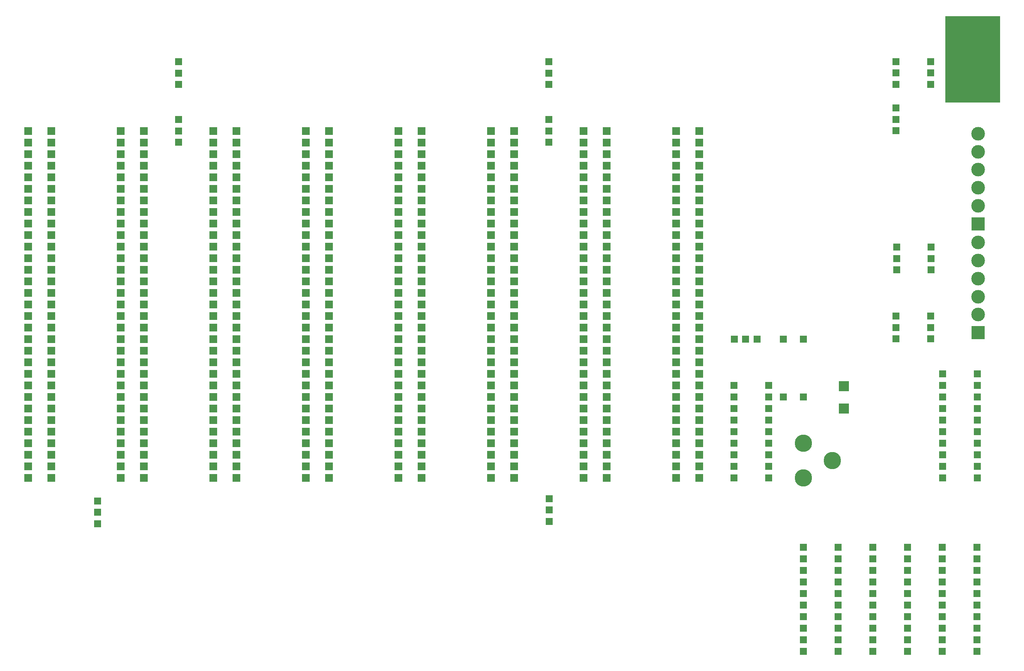
<source format=gbs>
%TF.GenerationSoftware,KiCad,Pcbnew,7.0.5*%
%TF.CreationDate,2023-12-17T19:06:12-06:00*%
%TF.ProjectId,ibm5161-backplane,69626d35-3136-4312-9d62-61636b706c61,2233*%
%TF.SameCoordinates,Original*%
%TF.FileFunction,Soldermask,Bot*%
%TF.FilePolarity,Negative*%
%FSLAX46Y46*%
G04 Gerber Fmt 4.6, Leading zero omitted, Abs format (unit mm)*
G04 Created by KiCad (PCBNEW 7.0.5) date 2023-12-17 19:06:12*
%MOMM*%
%LPD*%
G01*
G04 APERTURE LIST*
%ADD10R,1.600000X1.600000*%
%ADD11R,1.700000X1.700000*%
%ADD12R,12.000000X19.000000*%
%ADD13C,3.810000*%
%ADD14C,3.000000*%
%ADD15R,3.000000X3.000000*%
%ADD16R,2.300000X2.300000*%
G04 APERTURE END LIST*
D10*
%TO.C,C9*%
X146510000Y-41100000D03*
X146510000Y-46100000D03*
X146510000Y-43640000D03*
%TD*%
D11*
%TO.C,J7*%
X154130000Y-43640000D03*
X154130000Y-46180000D03*
X154130000Y-48720000D03*
X154130000Y-51260000D03*
X154130000Y-53800000D03*
X154130000Y-56340000D03*
X154130000Y-58880000D03*
X154130000Y-61420000D03*
X154130000Y-63960000D03*
X154130000Y-66500000D03*
X154130000Y-69040000D03*
X154130000Y-71580000D03*
X154130000Y-74120000D03*
X154130000Y-76660000D03*
X154130000Y-79200000D03*
X154130000Y-81740000D03*
X154130000Y-84280000D03*
X154130000Y-86820000D03*
X154130000Y-89360000D03*
X154130000Y-91900000D03*
X154130000Y-94440000D03*
X154130000Y-96980000D03*
X154130000Y-99520000D03*
X154130000Y-102060000D03*
X154130000Y-104600000D03*
X154130000Y-107140000D03*
X154130000Y-109680000D03*
X154130000Y-112220000D03*
X154130000Y-114760000D03*
X154130000Y-117300000D03*
X154130000Y-119840000D03*
X159210000Y-43640000D03*
X159210000Y-46180000D03*
X159210000Y-48720000D03*
X159210000Y-51260000D03*
X159210000Y-53800000D03*
X159210000Y-56340000D03*
X159210000Y-58880000D03*
X159210000Y-61420000D03*
X159210000Y-63960000D03*
X159210000Y-66500000D03*
X159210000Y-69040000D03*
X159210000Y-71580000D03*
X159210000Y-74120000D03*
X159210000Y-76660000D03*
X159210000Y-79200000D03*
X159210000Y-81740000D03*
X159210000Y-84280000D03*
X159210000Y-86820000D03*
X159210000Y-89360000D03*
X159210000Y-91900000D03*
X159210000Y-94440000D03*
X159210000Y-96980000D03*
X159210000Y-99520000D03*
X159210000Y-102060000D03*
X159210000Y-104600000D03*
X159210000Y-107140000D03*
X159210000Y-109680000D03*
X159210000Y-112220000D03*
X159210000Y-114760000D03*
X159210000Y-117300000D03*
X159210000Y-119840000D03*
%TD*%
%TO.C,J5*%
X113490000Y-43640000D03*
X113490000Y-46180000D03*
X113490000Y-48720000D03*
X113490000Y-51260000D03*
X113490000Y-53800000D03*
X113490000Y-56340000D03*
X113490000Y-58880000D03*
X113490000Y-61420000D03*
X113490000Y-63960000D03*
X113490000Y-66500000D03*
X113490000Y-69040000D03*
X113490000Y-71580000D03*
X113490000Y-74120000D03*
X113490000Y-76660000D03*
X113490000Y-79200000D03*
X113490000Y-81740000D03*
X113490000Y-84280000D03*
X113490000Y-86820000D03*
X113490000Y-89360000D03*
X113490000Y-91900000D03*
X113490000Y-94440000D03*
X113490000Y-96980000D03*
X113490000Y-99520000D03*
X113490000Y-102060000D03*
X113490000Y-104600000D03*
X113490000Y-107140000D03*
X113490000Y-109680000D03*
X113490000Y-112220000D03*
X113490000Y-114760000D03*
X113490000Y-117300000D03*
X113490000Y-119840000D03*
X118570000Y-43640000D03*
X118570000Y-46180000D03*
X118570000Y-48720000D03*
X118570000Y-51260000D03*
X118570000Y-53800000D03*
X118570000Y-56340000D03*
X118570000Y-58880000D03*
X118570000Y-61420000D03*
X118570000Y-63960000D03*
X118570000Y-66500000D03*
X118570000Y-69040000D03*
X118570000Y-71580000D03*
X118570000Y-74120000D03*
X118570000Y-76660000D03*
X118570000Y-79200000D03*
X118570000Y-81740000D03*
X118570000Y-84280000D03*
X118570000Y-86820000D03*
X118570000Y-89360000D03*
X118570000Y-91900000D03*
X118570000Y-94440000D03*
X118570000Y-96980000D03*
X118570000Y-99520000D03*
X118570000Y-102060000D03*
X118570000Y-104600000D03*
X118570000Y-107140000D03*
X118570000Y-109680000D03*
X118570000Y-112220000D03*
X118570000Y-114760000D03*
X118570000Y-117300000D03*
X118570000Y-119840000D03*
%TD*%
D10*
%TO.C,C12*%
X146510000Y-28400000D03*
X146510000Y-33400000D03*
X146510000Y-30940000D03*
%TD*%
%TO.C,C13*%
X192230000Y-89360000D03*
X187230000Y-89360000D03*
X189690000Y-89360000D03*
%TD*%
%TO.C,C5*%
X222862400Y-69120000D03*
X222862400Y-74120000D03*
X222862400Y-71660000D03*
%TD*%
%TO.C,C7*%
X222710000Y-84280000D03*
X222710000Y-89280000D03*
X222710000Y-86820000D03*
%TD*%
%TO.C,S1*%
X232918000Y-96980000D03*
X232918000Y-99520000D03*
X232918000Y-102060000D03*
X232918000Y-104600000D03*
X232918000Y-107140000D03*
X232918000Y-109680000D03*
X232918000Y-112220000D03*
X232918000Y-114760000D03*
X232918000Y-117300000D03*
X232918000Y-119840000D03*
X240538000Y-119840000D03*
X240538000Y-117300000D03*
X240538000Y-114760000D03*
X240538000Y-112220000D03*
X240538000Y-109680000D03*
X240538000Y-107140000D03*
X240538000Y-104600000D03*
X240538000Y-102060000D03*
X240538000Y-99520000D03*
X240538000Y-96980000D03*
%TD*%
D11*
%TO.C,J4*%
X93170000Y-43640000D03*
X93170000Y-46180000D03*
X93170000Y-48720000D03*
X93170000Y-51260000D03*
X93170000Y-53800000D03*
X93170000Y-56340000D03*
X93170000Y-58880000D03*
X93170000Y-61420000D03*
X93170000Y-63960000D03*
X93170000Y-66500000D03*
X93170000Y-69040000D03*
X93170000Y-71580000D03*
X93170000Y-74120000D03*
X93170000Y-76660000D03*
X93170000Y-79200000D03*
X93170000Y-81740000D03*
X93170000Y-84280000D03*
X93170000Y-86820000D03*
X93170000Y-89360000D03*
X93170000Y-91900000D03*
X93170000Y-94440000D03*
X93170000Y-96980000D03*
X93170000Y-99520000D03*
X93170000Y-102060000D03*
X93170000Y-104600000D03*
X93170000Y-107140000D03*
X93170000Y-109680000D03*
X93170000Y-112220000D03*
X93170000Y-114760000D03*
X93170000Y-117300000D03*
X93170000Y-119840000D03*
X98250000Y-43640000D03*
X98250000Y-46180000D03*
X98250000Y-48720000D03*
X98250000Y-51260000D03*
X98250000Y-53800000D03*
X98250000Y-56340000D03*
X98250000Y-58880000D03*
X98250000Y-61420000D03*
X98250000Y-63960000D03*
X98250000Y-66500000D03*
X98250000Y-69040000D03*
X98250000Y-71580000D03*
X98250000Y-74120000D03*
X98250000Y-76660000D03*
X98250000Y-79200000D03*
X98250000Y-81740000D03*
X98250000Y-84280000D03*
X98250000Y-86820000D03*
X98250000Y-89360000D03*
X98250000Y-91900000D03*
X98250000Y-94440000D03*
X98250000Y-96980000D03*
X98250000Y-99520000D03*
X98250000Y-102060000D03*
X98250000Y-104600000D03*
X98250000Y-107140000D03*
X98250000Y-109680000D03*
X98250000Y-112220000D03*
X98250000Y-114760000D03*
X98250000Y-117300000D03*
X98250000Y-119840000D03*
%TD*%
%TO.C,J1*%
X32210000Y-43640000D03*
X32210000Y-46180000D03*
X32210000Y-48720000D03*
X32210000Y-51260000D03*
X32210000Y-53800000D03*
X32210000Y-56340000D03*
X32210000Y-58880000D03*
X32210000Y-61420000D03*
X32210000Y-63960000D03*
X32210000Y-66500000D03*
X32210000Y-69040000D03*
X32210000Y-71580000D03*
X32210000Y-74120000D03*
X32210000Y-76660000D03*
X32210000Y-79200000D03*
X32210000Y-81740000D03*
X32210000Y-84280000D03*
X32210000Y-86820000D03*
X32210000Y-89360000D03*
X32210000Y-91900000D03*
X32210000Y-94440000D03*
X32210000Y-96980000D03*
X32210000Y-99520000D03*
X32210000Y-102060000D03*
X32210000Y-104600000D03*
X32210000Y-107140000D03*
X32210000Y-109680000D03*
X32210000Y-112220000D03*
X32210000Y-114760000D03*
X32210000Y-117300000D03*
X32210000Y-119840000D03*
X37290000Y-43640000D03*
X37290000Y-46180000D03*
X37290000Y-48720000D03*
X37290000Y-51260000D03*
X37290000Y-53800000D03*
X37290000Y-56340000D03*
X37290000Y-58880000D03*
X37290000Y-61420000D03*
X37290000Y-63960000D03*
X37290000Y-66500000D03*
X37290000Y-69040000D03*
X37290000Y-71580000D03*
X37290000Y-74120000D03*
X37290000Y-76660000D03*
X37290000Y-79200000D03*
X37290000Y-81740000D03*
X37290000Y-84280000D03*
X37290000Y-86820000D03*
X37290000Y-89360000D03*
X37290000Y-91900000D03*
X37290000Y-94440000D03*
X37290000Y-96980000D03*
X37290000Y-99520000D03*
X37290000Y-102060000D03*
X37290000Y-104600000D03*
X37290000Y-107140000D03*
X37290000Y-109680000D03*
X37290000Y-112220000D03*
X37290000Y-114760000D03*
X37290000Y-117300000D03*
X37290000Y-119840000D03*
%TD*%
D10*
%TO.C,C8*%
X230330000Y-84280000D03*
X230330000Y-89280000D03*
X230330000Y-86820000D03*
%TD*%
D12*
%TO.C,REF\u002A\u002A*%
X239500000Y-27850000D03*
%TD*%
D11*
%TO.C,J3*%
X72850000Y-43640000D03*
X72850000Y-46180000D03*
X72850000Y-48720000D03*
X72850000Y-51260000D03*
X72850000Y-53800000D03*
X72850000Y-56340000D03*
X72850000Y-58880000D03*
X72850000Y-61420000D03*
X72850000Y-63960000D03*
X72850000Y-66500000D03*
X72850000Y-69040000D03*
X72850000Y-71580000D03*
X72850000Y-74120000D03*
X72850000Y-76660000D03*
X72850000Y-79200000D03*
X72850000Y-81740000D03*
X72850000Y-84280000D03*
X72850000Y-86820000D03*
X72850000Y-89360000D03*
X72850000Y-91900000D03*
X72850000Y-94440000D03*
X72850000Y-96980000D03*
X72850000Y-99520000D03*
X72850000Y-102060000D03*
X72850000Y-104600000D03*
X72850000Y-107140000D03*
X72850000Y-109680000D03*
X72850000Y-112220000D03*
X72850000Y-114760000D03*
X72850000Y-117300000D03*
X72850000Y-119840000D03*
X77930000Y-43640000D03*
X77930000Y-46180000D03*
X77930000Y-48720000D03*
X77930000Y-51260000D03*
X77930000Y-53800000D03*
X77930000Y-56340000D03*
X77930000Y-58880000D03*
X77930000Y-61420000D03*
X77930000Y-63960000D03*
X77930000Y-66500000D03*
X77930000Y-69040000D03*
X77930000Y-71580000D03*
X77930000Y-74120000D03*
X77930000Y-76660000D03*
X77930000Y-79200000D03*
X77930000Y-81740000D03*
X77930000Y-84280000D03*
X77930000Y-86820000D03*
X77930000Y-89360000D03*
X77930000Y-91900000D03*
X77930000Y-94440000D03*
X77930000Y-96980000D03*
X77930000Y-99520000D03*
X77930000Y-102060000D03*
X77930000Y-104600000D03*
X77930000Y-107140000D03*
X77930000Y-109680000D03*
X77930000Y-112220000D03*
X77930000Y-114760000D03*
X77930000Y-117300000D03*
X77930000Y-119840000D03*
%TD*%
D10*
%TO.C,S4*%
X202390000Y-135080000D03*
X202390000Y-137620000D03*
X202390000Y-140160000D03*
X202390000Y-142700000D03*
X202390000Y-145240000D03*
X202390000Y-147780000D03*
X202390000Y-150320000D03*
X202390000Y-152860000D03*
X202390000Y-155400000D03*
X202390000Y-157940000D03*
X210010000Y-157940000D03*
X210010000Y-155400000D03*
X210010000Y-152860000D03*
X210010000Y-150320000D03*
X210010000Y-147780000D03*
X210010000Y-145240000D03*
X210010000Y-142700000D03*
X210010000Y-140160000D03*
X210010000Y-137620000D03*
X210010000Y-135080000D03*
%TD*%
D11*
%TO.C,J8*%
X174450000Y-43640000D03*
X174450000Y-46180000D03*
X174450000Y-48720000D03*
X174450000Y-51260000D03*
X174450000Y-53800000D03*
X174450000Y-56340000D03*
X174450000Y-58880000D03*
X174450000Y-61420000D03*
X174450000Y-63960000D03*
X174450000Y-66500000D03*
X174450000Y-69040000D03*
X174450000Y-71580000D03*
X174450000Y-74120000D03*
X174450000Y-76660000D03*
X174450000Y-79200000D03*
X174450000Y-81740000D03*
X174450000Y-84280000D03*
X174450000Y-86820000D03*
X174450000Y-89360000D03*
X174450000Y-91900000D03*
X174450000Y-94440000D03*
X174450000Y-96980000D03*
X174450000Y-99520000D03*
X174450000Y-102060000D03*
X174450000Y-104600000D03*
X174450000Y-107140000D03*
X174450000Y-109680000D03*
X174450000Y-112220000D03*
X174450000Y-114760000D03*
X174450000Y-117300000D03*
X174450000Y-119840000D03*
X179530000Y-43640000D03*
X179530000Y-46180000D03*
X179530000Y-48720000D03*
X179530000Y-51260000D03*
X179530000Y-53800000D03*
X179530000Y-56340000D03*
X179530000Y-58880000D03*
X179530000Y-61420000D03*
X179530000Y-63960000D03*
X179530000Y-66500000D03*
X179530000Y-69040000D03*
X179530000Y-71580000D03*
X179530000Y-74120000D03*
X179530000Y-76660000D03*
X179530000Y-79200000D03*
X179530000Y-81740000D03*
X179530000Y-84280000D03*
X179530000Y-86820000D03*
X179530000Y-89360000D03*
X179530000Y-91900000D03*
X179530000Y-94440000D03*
X179530000Y-96980000D03*
X179530000Y-99520000D03*
X179530000Y-102060000D03*
X179530000Y-104600000D03*
X179530000Y-107140000D03*
X179530000Y-109680000D03*
X179530000Y-112220000D03*
X179530000Y-114760000D03*
X179530000Y-117300000D03*
X179530000Y-119840000D03*
%TD*%
D10*
%TO.C,S3*%
X217630000Y-135080000D03*
X217630000Y-137620000D03*
X217630000Y-140160000D03*
X217630000Y-142700000D03*
X217630000Y-145240000D03*
X217630000Y-147780000D03*
X217630000Y-150320000D03*
X217630000Y-152860000D03*
X217630000Y-155400000D03*
X217630000Y-157940000D03*
X225250000Y-157940000D03*
X225250000Y-155400000D03*
X225250000Y-152860000D03*
X225250000Y-150320000D03*
X225250000Y-147780000D03*
X225250000Y-145240000D03*
X225250000Y-142700000D03*
X225250000Y-140160000D03*
X225250000Y-137620000D03*
X225250000Y-135080000D03*
%TD*%
%TO.C,C15*%
X146608000Y-129398000D03*
X146608000Y-124398000D03*
X146608000Y-126858000D03*
%TD*%
D11*
%TO.C,J6*%
X133810000Y-43640000D03*
X133810000Y-46180000D03*
X133810000Y-48720000D03*
X133810000Y-51260000D03*
X133810000Y-53800000D03*
X133810000Y-56340000D03*
X133810000Y-58880000D03*
X133810000Y-61420000D03*
X133810000Y-63960000D03*
X133810000Y-66500000D03*
X133810000Y-69040000D03*
X133810000Y-71580000D03*
X133810000Y-74120000D03*
X133810000Y-76660000D03*
X133810000Y-79200000D03*
X133810000Y-81740000D03*
X133810000Y-84280000D03*
X133810000Y-86820000D03*
X133810000Y-89360000D03*
X133810000Y-91900000D03*
X133810000Y-94440000D03*
X133810000Y-96980000D03*
X133810000Y-99520000D03*
X133810000Y-102060000D03*
X133810000Y-104600000D03*
X133810000Y-107140000D03*
X133810000Y-109680000D03*
X133810000Y-112220000D03*
X133810000Y-114760000D03*
X133810000Y-117300000D03*
X133810000Y-119840000D03*
X138890000Y-43640000D03*
X138890000Y-46180000D03*
X138890000Y-48720000D03*
X138890000Y-51260000D03*
X138890000Y-53800000D03*
X138890000Y-56340000D03*
X138890000Y-58880000D03*
X138890000Y-61420000D03*
X138890000Y-63960000D03*
X138890000Y-66500000D03*
X138890000Y-69040000D03*
X138890000Y-71580000D03*
X138890000Y-74120000D03*
X138890000Y-76660000D03*
X138890000Y-79200000D03*
X138890000Y-81740000D03*
X138890000Y-84280000D03*
X138890000Y-86820000D03*
X138890000Y-89360000D03*
X138890000Y-91900000D03*
X138890000Y-94440000D03*
X138890000Y-96980000D03*
X138890000Y-99520000D03*
X138890000Y-102060000D03*
X138890000Y-104600000D03*
X138890000Y-107140000D03*
X138890000Y-109680000D03*
X138890000Y-112220000D03*
X138890000Y-114760000D03*
X138890000Y-117300000D03*
X138890000Y-119840000D03*
%TD*%
D13*
%TO.C,C1*%
X208740000Y-116030000D03*
X202390000Y-119840000D03*
X202390000Y-112220000D03*
%TD*%
D10*
%TO.C,C11*%
X65230000Y-41100000D03*
X65230000Y-46100000D03*
X65230000Y-43640000D03*
%TD*%
%TO.C,C6*%
X230431600Y-69090800D03*
X230431600Y-74090800D03*
X230431600Y-71630800D03*
%TD*%
%TO.C,C3*%
X230330000Y-33400000D03*
X230330000Y-28400000D03*
X230330000Y-30860000D03*
%TD*%
D11*
%TO.C,J2*%
X52530000Y-43640000D03*
X52530000Y-46180000D03*
X52530000Y-48720000D03*
X52530000Y-51260000D03*
X52530000Y-53800000D03*
X52530000Y-56340000D03*
X52530000Y-58880000D03*
X52530000Y-61420000D03*
X52530000Y-63960000D03*
X52530000Y-66500000D03*
X52530000Y-69040000D03*
X52530000Y-71580000D03*
X52530000Y-74120000D03*
X52530000Y-76660000D03*
X52530000Y-79200000D03*
X52530000Y-81740000D03*
X52530000Y-84280000D03*
X52530000Y-86820000D03*
X52530000Y-89360000D03*
X52530000Y-91900000D03*
X52530000Y-94440000D03*
X52530000Y-96980000D03*
X52530000Y-99520000D03*
X52530000Y-102060000D03*
X52530000Y-104600000D03*
X52530000Y-107140000D03*
X52530000Y-109680000D03*
X52530000Y-112220000D03*
X52530000Y-114760000D03*
X52530000Y-117300000D03*
X52530000Y-119840000D03*
X57610000Y-43640000D03*
X57610000Y-46180000D03*
X57610000Y-48720000D03*
X57610000Y-51260000D03*
X57610000Y-53800000D03*
X57610000Y-56340000D03*
X57610000Y-58880000D03*
X57610000Y-61420000D03*
X57610000Y-63960000D03*
X57610000Y-66500000D03*
X57610000Y-69040000D03*
X57610000Y-71580000D03*
X57610000Y-74120000D03*
X57610000Y-76660000D03*
X57610000Y-79200000D03*
X57610000Y-81740000D03*
X57610000Y-84280000D03*
X57610000Y-86820000D03*
X57610000Y-89360000D03*
X57610000Y-91900000D03*
X57610000Y-94440000D03*
X57610000Y-96980000D03*
X57610000Y-99520000D03*
X57610000Y-102060000D03*
X57610000Y-104600000D03*
X57610000Y-107140000D03*
X57610000Y-109680000D03*
X57610000Y-112220000D03*
X57610000Y-114760000D03*
X57610000Y-117300000D03*
X57610000Y-119840000D03*
%TD*%
D14*
%TO.C,P1*%
X240744000Y-44206000D03*
X240744000Y-48166000D03*
X240744000Y-52126000D03*
X240744000Y-56086000D03*
X240744000Y-60046000D03*
D15*
X240744000Y-64006000D03*
%TD*%
D10*
%TO.C,C14*%
X47450000Y-129920000D03*
X47450000Y-124920000D03*
X47450000Y-127380000D03*
%TD*%
D14*
%TO.C,P2*%
X240744000Y-68128000D03*
X240744000Y-72088000D03*
X240744000Y-76048000D03*
X240744000Y-80008000D03*
X240744000Y-83968000D03*
D15*
X240744000Y-87928000D03*
%TD*%
D10*
%TO.C,U1*%
X187150000Y-99520000D03*
X187150000Y-102060000D03*
X187150000Y-104600000D03*
X187150000Y-107140000D03*
X187150000Y-109680000D03*
X187150000Y-112220000D03*
X187150000Y-114760000D03*
X187150000Y-117300000D03*
X187150000Y-119840000D03*
X194770000Y-119840000D03*
X194770000Y-117300000D03*
X194770000Y-114760000D03*
X194770000Y-112220000D03*
X194770000Y-109680000D03*
X194770000Y-107140000D03*
X194770000Y-104600000D03*
X194770000Y-102060000D03*
X194770000Y-99520000D03*
%TD*%
%TO.C,C10*%
X65230000Y-28400000D03*
X65230000Y-33400000D03*
X65230000Y-30940000D03*
%TD*%
%TO.C,R1*%
X197945000Y-102060000D03*
X197945000Y-89360000D03*
%TD*%
%TO.C,C2*%
X222710000Y-33400000D03*
X222710000Y-28400000D03*
X222710000Y-30860000D03*
%TD*%
%TO.C,C4*%
X222710000Y-38560000D03*
X222710000Y-43560000D03*
X222710000Y-41100000D03*
%TD*%
%TO.C,S2*%
X232870000Y-135080000D03*
X232870000Y-137620000D03*
X232870000Y-140160000D03*
X232870000Y-142700000D03*
X232870000Y-145240000D03*
X232870000Y-147780000D03*
X232870000Y-150320000D03*
X232870000Y-152860000D03*
X232870000Y-155400000D03*
X232870000Y-157940000D03*
X240490000Y-157940000D03*
X240490000Y-155400000D03*
X240490000Y-152860000D03*
X240490000Y-150320000D03*
X240490000Y-147780000D03*
X240490000Y-145240000D03*
X240490000Y-142700000D03*
X240490000Y-140160000D03*
X240490000Y-137620000D03*
X240490000Y-135080000D03*
%TD*%
D16*
%TO.C,X1*%
X211280000Y-104600000D03*
X211280000Y-99700000D03*
%TD*%
D10*
%TO.C,R2*%
X202390000Y-102060000D03*
X202390000Y-89360000D03*
%TD*%
M02*

</source>
